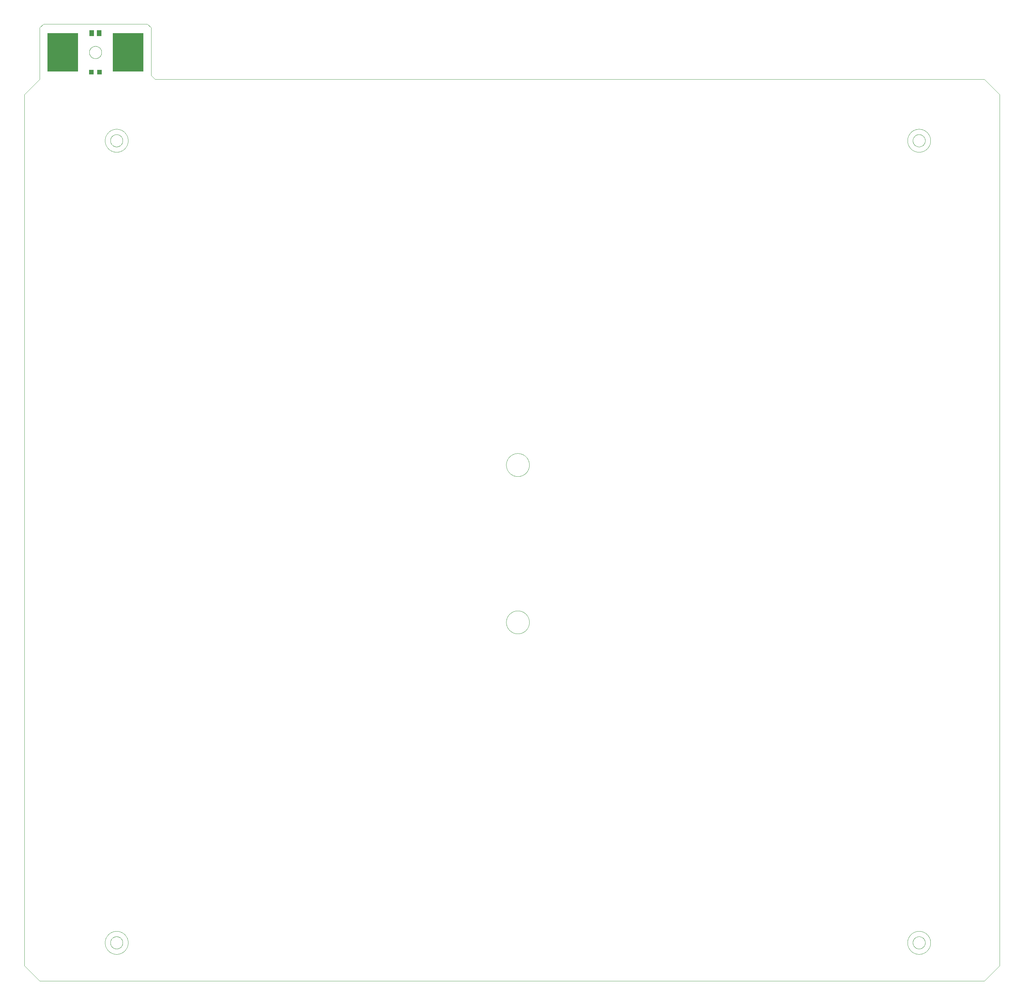
<source format=gtp>
G75*
%MOIN*%
%OFA0B0*%
%FSLAX25Y25*%
%IPPOS*%
%LPD*%
%AMOC8*
5,1,8,0,0,1.08239X$1,22.5*
%
%ADD10C,0.00000*%
%ADD11R,0.04724X0.04724*%
%ADD12R,0.31496X0.39370*%
%ADD13R,0.05118X0.06299*%
D10*
X0003934Y0014445D02*
X0019682Y-0001303D01*
X0988186Y-0001303D01*
X1003934Y0014445D01*
X1003934Y0908146D01*
X0988186Y0923894D01*
X0137792Y0923894D01*
X0133855Y0927831D01*
X0133855Y0976650D01*
X0129918Y0980587D01*
X0023619Y0980587D01*
X0019682Y0976650D01*
X0019682Y0923894D01*
X0003934Y0908146D01*
X0003934Y0014445D01*
X0086611Y0038067D02*
X0086615Y0038357D01*
X0086625Y0038647D01*
X0086643Y0038936D01*
X0086668Y0039225D01*
X0086700Y0039513D01*
X0086739Y0039800D01*
X0086785Y0040086D01*
X0086838Y0040371D01*
X0086898Y0040655D01*
X0086965Y0040937D01*
X0087039Y0041217D01*
X0087120Y0041496D01*
X0087207Y0041772D01*
X0087301Y0042046D01*
X0087402Y0042318D01*
X0087510Y0042587D01*
X0087624Y0042853D01*
X0087745Y0043117D01*
X0087872Y0043377D01*
X0088006Y0043635D01*
X0088145Y0043889D01*
X0088291Y0044139D01*
X0088443Y0044386D01*
X0088602Y0044629D01*
X0088766Y0044868D01*
X0088935Y0045103D01*
X0089111Y0045334D01*
X0089292Y0045560D01*
X0089479Y0045782D01*
X0089671Y0045999D01*
X0089868Y0046211D01*
X0090070Y0046419D01*
X0090278Y0046621D01*
X0090490Y0046818D01*
X0090707Y0047010D01*
X0090929Y0047197D01*
X0091155Y0047378D01*
X0091386Y0047554D01*
X0091621Y0047723D01*
X0091860Y0047887D01*
X0092103Y0048046D01*
X0092350Y0048198D01*
X0092600Y0048344D01*
X0092854Y0048483D01*
X0093112Y0048617D01*
X0093372Y0048744D01*
X0093636Y0048865D01*
X0093902Y0048979D01*
X0094171Y0049087D01*
X0094443Y0049188D01*
X0094717Y0049282D01*
X0094993Y0049369D01*
X0095272Y0049450D01*
X0095552Y0049524D01*
X0095834Y0049591D01*
X0096118Y0049651D01*
X0096403Y0049704D01*
X0096689Y0049750D01*
X0096976Y0049789D01*
X0097264Y0049821D01*
X0097553Y0049846D01*
X0097842Y0049864D01*
X0098132Y0049874D01*
X0098422Y0049878D01*
X0098712Y0049874D01*
X0099002Y0049864D01*
X0099291Y0049846D01*
X0099580Y0049821D01*
X0099868Y0049789D01*
X0100155Y0049750D01*
X0100441Y0049704D01*
X0100726Y0049651D01*
X0101010Y0049591D01*
X0101292Y0049524D01*
X0101572Y0049450D01*
X0101851Y0049369D01*
X0102127Y0049282D01*
X0102401Y0049188D01*
X0102673Y0049087D01*
X0102942Y0048979D01*
X0103208Y0048865D01*
X0103472Y0048744D01*
X0103732Y0048617D01*
X0103990Y0048483D01*
X0104244Y0048344D01*
X0104494Y0048198D01*
X0104741Y0048046D01*
X0104984Y0047887D01*
X0105223Y0047723D01*
X0105458Y0047554D01*
X0105689Y0047378D01*
X0105915Y0047197D01*
X0106137Y0047010D01*
X0106354Y0046818D01*
X0106566Y0046621D01*
X0106774Y0046419D01*
X0106976Y0046211D01*
X0107173Y0045999D01*
X0107365Y0045782D01*
X0107552Y0045560D01*
X0107733Y0045334D01*
X0107909Y0045103D01*
X0108078Y0044868D01*
X0108242Y0044629D01*
X0108401Y0044386D01*
X0108553Y0044139D01*
X0108699Y0043889D01*
X0108838Y0043635D01*
X0108972Y0043377D01*
X0109099Y0043117D01*
X0109220Y0042853D01*
X0109334Y0042587D01*
X0109442Y0042318D01*
X0109543Y0042046D01*
X0109637Y0041772D01*
X0109724Y0041496D01*
X0109805Y0041217D01*
X0109879Y0040937D01*
X0109946Y0040655D01*
X0110006Y0040371D01*
X0110059Y0040086D01*
X0110105Y0039800D01*
X0110144Y0039513D01*
X0110176Y0039225D01*
X0110201Y0038936D01*
X0110219Y0038647D01*
X0110229Y0038357D01*
X0110233Y0038067D01*
X0110229Y0037777D01*
X0110219Y0037487D01*
X0110201Y0037198D01*
X0110176Y0036909D01*
X0110144Y0036621D01*
X0110105Y0036334D01*
X0110059Y0036048D01*
X0110006Y0035763D01*
X0109946Y0035479D01*
X0109879Y0035197D01*
X0109805Y0034917D01*
X0109724Y0034638D01*
X0109637Y0034362D01*
X0109543Y0034088D01*
X0109442Y0033816D01*
X0109334Y0033547D01*
X0109220Y0033281D01*
X0109099Y0033017D01*
X0108972Y0032757D01*
X0108838Y0032499D01*
X0108699Y0032245D01*
X0108553Y0031995D01*
X0108401Y0031748D01*
X0108242Y0031505D01*
X0108078Y0031266D01*
X0107909Y0031031D01*
X0107733Y0030800D01*
X0107552Y0030574D01*
X0107365Y0030352D01*
X0107173Y0030135D01*
X0106976Y0029923D01*
X0106774Y0029715D01*
X0106566Y0029513D01*
X0106354Y0029316D01*
X0106137Y0029124D01*
X0105915Y0028937D01*
X0105689Y0028756D01*
X0105458Y0028580D01*
X0105223Y0028411D01*
X0104984Y0028247D01*
X0104741Y0028088D01*
X0104494Y0027936D01*
X0104244Y0027790D01*
X0103990Y0027651D01*
X0103732Y0027517D01*
X0103472Y0027390D01*
X0103208Y0027269D01*
X0102942Y0027155D01*
X0102673Y0027047D01*
X0102401Y0026946D01*
X0102127Y0026852D01*
X0101851Y0026765D01*
X0101572Y0026684D01*
X0101292Y0026610D01*
X0101010Y0026543D01*
X0100726Y0026483D01*
X0100441Y0026430D01*
X0100155Y0026384D01*
X0099868Y0026345D01*
X0099580Y0026313D01*
X0099291Y0026288D01*
X0099002Y0026270D01*
X0098712Y0026260D01*
X0098422Y0026256D01*
X0098132Y0026260D01*
X0097842Y0026270D01*
X0097553Y0026288D01*
X0097264Y0026313D01*
X0096976Y0026345D01*
X0096689Y0026384D01*
X0096403Y0026430D01*
X0096118Y0026483D01*
X0095834Y0026543D01*
X0095552Y0026610D01*
X0095272Y0026684D01*
X0094993Y0026765D01*
X0094717Y0026852D01*
X0094443Y0026946D01*
X0094171Y0027047D01*
X0093902Y0027155D01*
X0093636Y0027269D01*
X0093372Y0027390D01*
X0093112Y0027517D01*
X0092854Y0027651D01*
X0092600Y0027790D01*
X0092350Y0027936D01*
X0092103Y0028088D01*
X0091860Y0028247D01*
X0091621Y0028411D01*
X0091386Y0028580D01*
X0091155Y0028756D01*
X0090929Y0028937D01*
X0090707Y0029124D01*
X0090490Y0029316D01*
X0090278Y0029513D01*
X0090070Y0029715D01*
X0089868Y0029923D01*
X0089671Y0030135D01*
X0089479Y0030352D01*
X0089292Y0030574D01*
X0089111Y0030800D01*
X0088935Y0031031D01*
X0088766Y0031266D01*
X0088602Y0031505D01*
X0088443Y0031748D01*
X0088291Y0031995D01*
X0088145Y0032245D01*
X0088006Y0032499D01*
X0087872Y0032757D01*
X0087745Y0033017D01*
X0087624Y0033281D01*
X0087510Y0033547D01*
X0087402Y0033816D01*
X0087301Y0034088D01*
X0087207Y0034362D01*
X0087120Y0034638D01*
X0087039Y0034917D01*
X0086965Y0035197D01*
X0086898Y0035479D01*
X0086838Y0035763D01*
X0086785Y0036048D01*
X0086739Y0036334D01*
X0086700Y0036621D01*
X0086668Y0036909D01*
X0086643Y0037198D01*
X0086625Y0037487D01*
X0086615Y0037777D01*
X0086611Y0038067D01*
X0092123Y0038067D02*
X0092125Y0038225D01*
X0092131Y0038383D01*
X0092141Y0038541D01*
X0092155Y0038699D01*
X0092173Y0038856D01*
X0092194Y0039013D01*
X0092220Y0039169D01*
X0092250Y0039325D01*
X0092283Y0039480D01*
X0092321Y0039633D01*
X0092362Y0039786D01*
X0092407Y0039938D01*
X0092456Y0040089D01*
X0092509Y0040238D01*
X0092565Y0040386D01*
X0092625Y0040532D01*
X0092689Y0040677D01*
X0092757Y0040820D01*
X0092828Y0040962D01*
X0092902Y0041102D01*
X0092980Y0041239D01*
X0093062Y0041375D01*
X0093146Y0041509D01*
X0093235Y0041640D01*
X0093326Y0041769D01*
X0093421Y0041896D01*
X0093518Y0042021D01*
X0093619Y0042143D01*
X0093723Y0042262D01*
X0093830Y0042379D01*
X0093940Y0042493D01*
X0094053Y0042604D01*
X0094168Y0042713D01*
X0094286Y0042818D01*
X0094407Y0042920D01*
X0094530Y0043020D01*
X0094656Y0043116D01*
X0094784Y0043209D01*
X0094914Y0043299D01*
X0095047Y0043385D01*
X0095182Y0043469D01*
X0095318Y0043548D01*
X0095457Y0043625D01*
X0095598Y0043697D01*
X0095740Y0043767D01*
X0095884Y0043832D01*
X0096030Y0043894D01*
X0096177Y0043952D01*
X0096326Y0044007D01*
X0096476Y0044058D01*
X0096627Y0044105D01*
X0096779Y0044148D01*
X0096932Y0044187D01*
X0097087Y0044223D01*
X0097242Y0044254D01*
X0097398Y0044282D01*
X0097554Y0044306D01*
X0097711Y0044326D01*
X0097869Y0044342D01*
X0098026Y0044354D01*
X0098185Y0044362D01*
X0098343Y0044366D01*
X0098501Y0044366D01*
X0098659Y0044362D01*
X0098818Y0044354D01*
X0098975Y0044342D01*
X0099133Y0044326D01*
X0099290Y0044306D01*
X0099446Y0044282D01*
X0099602Y0044254D01*
X0099757Y0044223D01*
X0099912Y0044187D01*
X0100065Y0044148D01*
X0100217Y0044105D01*
X0100368Y0044058D01*
X0100518Y0044007D01*
X0100667Y0043952D01*
X0100814Y0043894D01*
X0100960Y0043832D01*
X0101104Y0043767D01*
X0101246Y0043697D01*
X0101387Y0043625D01*
X0101526Y0043548D01*
X0101662Y0043469D01*
X0101797Y0043385D01*
X0101930Y0043299D01*
X0102060Y0043209D01*
X0102188Y0043116D01*
X0102314Y0043020D01*
X0102437Y0042920D01*
X0102558Y0042818D01*
X0102676Y0042713D01*
X0102791Y0042604D01*
X0102904Y0042493D01*
X0103014Y0042379D01*
X0103121Y0042262D01*
X0103225Y0042143D01*
X0103326Y0042021D01*
X0103423Y0041896D01*
X0103518Y0041769D01*
X0103609Y0041640D01*
X0103698Y0041509D01*
X0103782Y0041375D01*
X0103864Y0041239D01*
X0103942Y0041102D01*
X0104016Y0040962D01*
X0104087Y0040820D01*
X0104155Y0040677D01*
X0104219Y0040532D01*
X0104279Y0040386D01*
X0104335Y0040238D01*
X0104388Y0040089D01*
X0104437Y0039938D01*
X0104482Y0039786D01*
X0104523Y0039633D01*
X0104561Y0039480D01*
X0104594Y0039325D01*
X0104624Y0039169D01*
X0104650Y0039013D01*
X0104671Y0038856D01*
X0104689Y0038699D01*
X0104703Y0038541D01*
X0104713Y0038383D01*
X0104719Y0038225D01*
X0104721Y0038067D01*
X0104719Y0037909D01*
X0104713Y0037751D01*
X0104703Y0037593D01*
X0104689Y0037435D01*
X0104671Y0037278D01*
X0104650Y0037121D01*
X0104624Y0036965D01*
X0104594Y0036809D01*
X0104561Y0036654D01*
X0104523Y0036501D01*
X0104482Y0036348D01*
X0104437Y0036196D01*
X0104388Y0036045D01*
X0104335Y0035896D01*
X0104279Y0035748D01*
X0104219Y0035602D01*
X0104155Y0035457D01*
X0104087Y0035314D01*
X0104016Y0035172D01*
X0103942Y0035032D01*
X0103864Y0034895D01*
X0103782Y0034759D01*
X0103698Y0034625D01*
X0103609Y0034494D01*
X0103518Y0034365D01*
X0103423Y0034238D01*
X0103326Y0034113D01*
X0103225Y0033991D01*
X0103121Y0033872D01*
X0103014Y0033755D01*
X0102904Y0033641D01*
X0102791Y0033530D01*
X0102676Y0033421D01*
X0102558Y0033316D01*
X0102437Y0033214D01*
X0102314Y0033114D01*
X0102188Y0033018D01*
X0102060Y0032925D01*
X0101930Y0032835D01*
X0101797Y0032749D01*
X0101662Y0032665D01*
X0101526Y0032586D01*
X0101387Y0032509D01*
X0101246Y0032437D01*
X0101104Y0032367D01*
X0100960Y0032302D01*
X0100814Y0032240D01*
X0100667Y0032182D01*
X0100518Y0032127D01*
X0100368Y0032076D01*
X0100217Y0032029D01*
X0100065Y0031986D01*
X0099912Y0031947D01*
X0099757Y0031911D01*
X0099602Y0031880D01*
X0099446Y0031852D01*
X0099290Y0031828D01*
X0099133Y0031808D01*
X0098975Y0031792D01*
X0098818Y0031780D01*
X0098659Y0031772D01*
X0098501Y0031768D01*
X0098343Y0031768D01*
X0098185Y0031772D01*
X0098026Y0031780D01*
X0097869Y0031792D01*
X0097711Y0031808D01*
X0097554Y0031828D01*
X0097398Y0031852D01*
X0097242Y0031880D01*
X0097087Y0031911D01*
X0096932Y0031947D01*
X0096779Y0031986D01*
X0096627Y0032029D01*
X0096476Y0032076D01*
X0096326Y0032127D01*
X0096177Y0032182D01*
X0096030Y0032240D01*
X0095884Y0032302D01*
X0095740Y0032367D01*
X0095598Y0032437D01*
X0095457Y0032509D01*
X0095318Y0032586D01*
X0095182Y0032665D01*
X0095047Y0032749D01*
X0094914Y0032835D01*
X0094784Y0032925D01*
X0094656Y0033018D01*
X0094530Y0033114D01*
X0094407Y0033214D01*
X0094286Y0033316D01*
X0094168Y0033421D01*
X0094053Y0033530D01*
X0093940Y0033641D01*
X0093830Y0033755D01*
X0093723Y0033872D01*
X0093619Y0033991D01*
X0093518Y0034113D01*
X0093421Y0034238D01*
X0093326Y0034365D01*
X0093235Y0034494D01*
X0093146Y0034625D01*
X0093062Y0034759D01*
X0092980Y0034895D01*
X0092902Y0035032D01*
X0092828Y0035172D01*
X0092757Y0035314D01*
X0092689Y0035457D01*
X0092625Y0035602D01*
X0092565Y0035748D01*
X0092509Y0035896D01*
X0092456Y0036045D01*
X0092407Y0036196D01*
X0092362Y0036348D01*
X0092321Y0036501D01*
X0092283Y0036654D01*
X0092250Y0036809D01*
X0092220Y0036965D01*
X0092194Y0037121D01*
X0092173Y0037278D01*
X0092155Y0037435D01*
X0092141Y0037593D01*
X0092131Y0037751D01*
X0092125Y0037909D01*
X0092123Y0038067D01*
X0498028Y0366807D02*
X0498032Y0367097D01*
X0498042Y0367387D01*
X0498060Y0367676D01*
X0498085Y0367965D01*
X0498117Y0368253D01*
X0498156Y0368540D01*
X0498202Y0368826D01*
X0498255Y0369111D01*
X0498315Y0369395D01*
X0498382Y0369677D01*
X0498456Y0369957D01*
X0498537Y0370236D01*
X0498624Y0370512D01*
X0498718Y0370786D01*
X0498819Y0371058D01*
X0498927Y0371327D01*
X0499041Y0371593D01*
X0499162Y0371857D01*
X0499289Y0372117D01*
X0499423Y0372375D01*
X0499562Y0372629D01*
X0499708Y0372879D01*
X0499860Y0373126D01*
X0500019Y0373369D01*
X0500183Y0373608D01*
X0500352Y0373843D01*
X0500528Y0374074D01*
X0500709Y0374300D01*
X0500896Y0374522D01*
X0501088Y0374739D01*
X0501285Y0374951D01*
X0501487Y0375159D01*
X0501695Y0375361D01*
X0501907Y0375558D01*
X0502124Y0375750D01*
X0502346Y0375937D01*
X0502572Y0376118D01*
X0502803Y0376294D01*
X0503038Y0376463D01*
X0503277Y0376627D01*
X0503520Y0376786D01*
X0503767Y0376938D01*
X0504017Y0377084D01*
X0504271Y0377223D01*
X0504529Y0377357D01*
X0504789Y0377484D01*
X0505053Y0377605D01*
X0505319Y0377719D01*
X0505588Y0377827D01*
X0505860Y0377928D01*
X0506134Y0378022D01*
X0506410Y0378109D01*
X0506689Y0378190D01*
X0506969Y0378264D01*
X0507251Y0378331D01*
X0507535Y0378391D01*
X0507820Y0378444D01*
X0508106Y0378490D01*
X0508393Y0378529D01*
X0508681Y0378561D01*
X0508970Y0378586D01*
X0509259Y0378604D01*
X0509549Y0378614D01*
X0509839Y0378618D01*
X0510129Y0378614D01*
X0510419Y0378604D01*
X0510708Y0378586D01*
X0510997Y0378561D01*
X0511285Y0378529D01*
X0511572Y0378490D01*
X0511858Y0378444D01*
X0512143Y0378391D01*
X0512427Y0378331D01*
X0512709Y0378264D01*
X0512989Y0378190D01*
X0513268Y0378109D01*
X0513544Y0378022D01*
X0513818Y0377928D01*
X0514090Y0377827D01*
X0514359Y0377719D01*
X0514625Y0377605D01*
X0514889Y0377484D01*
X0515149Y0377357D01*
X0515407Y0377223D01*
X0515661Y0377084D01*
X0515911Y0376938D01*
X0516158Y0376786D01*
X0516401Y0376627D01*
X0516640Y0376463D01*
X0516875Y0376294D01*
X0517106Y0376118D01*
X0517332Y0375937D01*
X0517554Y0375750D01*
X0517771Y0375558D01*
X0517983Y0375361D01*
X0518191Y0375159D01*
X0518393Y0374951D01*
X0518590Y0374739D01*
X0518782Y0374522D01*
X0518969Y0374300D01*
X0519150Y0374074D01*
X0519326Y0373843D01*
X0519495Y0373608D01*
X0519659Y0373369D01*
X0519818Y0373126D01*
X0519970Y0372879D01*
X0520116Y0372629D01*
X0520255Y0372375D01*
X0520389Y0372117D01*
X0520516Y0371857D01*
X0520637Y0371593D01*
X0520751Y0371327D01*
X0520859Y0371058D01*
X0520960Y0370786D01*
X0521054Y0370512D01*
X0521141Y0370236D01*
X0521222Y0369957D01*
X0521296Y0369677D01*
X0521363Y0369395D01*
X0521423Y0369111D01*
X0521476Y0368826D01*
X0521522Y0368540D01*
X0521561Y0368253D01*
X0521593Y0367965D01*
X0521618Y0367676D01*
X0521636Y0367387D01*
X0521646Y0367097D01*
X0521650Y0366807D01*
X0521646Y0366517D01*
X0521636Y0366227D01*
X0521618Y0365938D01*
X0521593Y0365649D01*
X0521561Y0365361D01*
X0521522Y0365074D01*
X0521476Y0364788D01*
X0521423Y0364503D01*
X0521363Y0364219D01*
X0521296Y0363937D01*
X0521222Y0363657D01*
X0521141Y0363378D01*
X0521054Y0363102D01*
X0520960Y0362828D01*
X0520859Y0362556D01*
X0520751Y0362287D01*
X0520637Y0362021D01*
X0520516Y0361757D01*
X0520389Y0361497D01*
X0520255Y0361239D01*
X0520116Y0360985D01*
X0519970Y0360735D01*
X0519818Y0360488D01*
X0519659Y0360245D01*
X0519495Y0360006D01*
X0519326Y0359771D01*
X0519150Y0359540D01*
X0518969Y0359314D01*
X0518782Y0359092D01*
X0518590Y0358875D01*
X0518393Y0358663D01*
X0518191Y0358455D01*
X0517983Y0358253D01*
X0517771Y0358056D01*
X0517554Y0357864D01*
X0517332Y0357677D01*
X0517106Y0357496D01*
X0516875Y0357320D01*
X0516640Y0357151D01*
X0516401Y0356987D01*
X0516158Y0356828D01*
X0515911Y0356676D01*
X0515661Y0356530D01*
X0515407Y0356391D01*
X0515149Y0356257D01*
X0514889Y0356130D01*
X0514625Y0356009D01*
X0514359Y0355895D01*
X0514090Y0355787D01*
X0513818Y0355686D01*
X0513544Y0355592D01*
X0513268Y0355505D01*
X0512989Y0355424D01*
X0512709Y0355350D01*
X0512427Y0355283D01*
X0512143Y0355223D01*
X0511858Y0355170D01*
X0511572Y0355124D01*
X0511285Y0355085D01*
X0510997Y0355053D01*
X0510708Y0355028D01*
X0510419Y0355010D01*
X0510129Y0355000D01*
X0509839Y0354996D01*
X0509549Y0355000D01*
X0509259Y0355010D01*
X0508970Y0355028D01*
X0508681Y0355053D01*
X0508393Y0355085D01*
X0508106Y0355124D01*
X0507820Y0355170D01*
X0507535Y0355223D01*
X0507251Y0355283D01*
X0506969Y0355350D01*
X0506689Y0355424D01*
X0506410Y0355505D01*
X0506134Y0355592D01*
X0505860Y0355686D01*
X0505588Y0355787D01*
X0505319Y0355895D01*
X0505053Y0356009D01*
X0504789Y0356130D01*
X0504529Y0356257D01*
X0504271Y0356391D01*
X0504017Y0356530D01*
X0503767Y0356676D01*
X0503520Y0356828D01*
X0503277Y0356987D01*
X0503038Y0357151D01*
X0502803Y0357320D01*
X0502572Y0357496D01*
X0502346Y0357677D01*
X0502124Y0357864D01*
X0501907Y0358056D01*
X0501695Y0358253D01*
X0501487Y0358455D01*
X0501285Y0358663D01*
X0501088Y0358875D01*
X0500896Y0359092D01*
X0500709Y0359314D01*
X0500528Y0359540D01*
X0500352Y0359771D01*
X0500183Y0360006D01*
X0500019Y0360245D01*
X0499860Y0360488D01*
X0499708Y0360735D01*
X0499562Y0360985D01*
X0499423Y0361239D01*
X0499289Y0361497D01*
X0499162Y0361757D01*
X0499041Y0362021D01*
X0498927Y0362287D01*
X0498819Y0362556D01*
X0498718Y0362828D01*
X0498624Y0363102D01*
X0498537Y0363378D01*
X0498456Y0363657D01*
X0498382Y0363937D01*
X0498315Y0364219D01*
X0498255Y0364503D01*
X0498202Y0364788D01*
X0498156Y0365074D01*
X0498117Y0365361D01*
X0498085Y0365649D01*
X0498060Y0365938D01*
X0498042Y0366227D01*
X0498032Y0366517D01*
X0498028Y0366807D01*
X0498028Y0528224D02*
X0498032Y0528514D01*
X0498042Y0528804D01*
X0498060Y0529093D01*
X0498085Y0529382D01*
X0498117Y0529670D01*
X0498156Y0529957D01*
X0498202Y0530243D01*
X0498255Y0530528D01*
X0498315Y0530812D01*
X0498382Y0531094D01*
X0498456Y0531374D01*
X0498537Y0531653D01*
X0498624Y0531929D01*
X0498718Y0532203D01*
X0498819Y0532475D01*
X0498927Y0532744D01*
X0499041Y0533010D01*
X0499162Y0533274D01*
X0499289Y0533534D01*
X0499423Y0533792D01*
X0499562Y0534046D01*
X0499708Y0534296D01*
X0499860Y0534543D01*
X0500019Y0534786D01*
X0500183Y0535025D01*
X0500352Y0535260D01*
X0500528Y0535491D01*
X0500709Y0535717D01*
X0500896Y0535939D01*
X0501088Y0536156D01*
X0501285Y0536368D01*
X0501487Y0536576D01*
X0501695Y0536778D01*
X0501907Y0536975D01*
X0502124Y0537167D01*
X0502346Y0537354D01*
X0502572Y0537535D01*
X0502803Y0537711D01*
X0503038Y0537880D01*
X0503277Y0538044D01*
X0503520Y0538203D01*
X0503767Y0538355D01*
X0504017Y0538501D01*
X0504271Y0538640D01*
X0504529Y0538774D01*
X0504789Y0538901D01*
X0505053Y0539022D01*
X0505319Y0539136D01*
X0505588Y0539244D01*
X0505860Y0539345D01*
X0506134Y0539439D01*
X0506410Y0539526D01*
X0506689Y0539607D01*
X0506969Y0539681D01*
X0507251Y0539748D01*
X0507535Y0539808D01*
X0507820Y0539861D01*
X0508106Y0539907D01*
X0508393Y0539946D01*
X0508681Y0539978D01*
X0508970Y0540003D01*
X0509259Y0540021D01*
X0509549Y0540031D01*
X0509839Y0540035D01*
X0510129Y0540031D01*
X0510419Y0540021D01*
X0510708Y0540003D01*
X0510997Y0539978D01*
X0511285Y0539946D01*
X0511572Y0539907D01*
X0511858Y0539861D01*
X0512143Y0539808D01*
X0512427Y0539748D01*
X0512709Y0539681D01*
X0512989Y0539607D01*
X0513268Y0539526D01*
X0513544Y0539439D01*
X0513818Y0539345D01*
X0514090Y0539244D01*
X0514359Y0539136D01*
X0514625Y0539022D01*
X0514889Y0538901D01*
X0515149Y0538774D01*
X0515407Y0538640D01*
X0515661Y0538501D01*
X0515911Y0538355D01*
X0516158Y0538203D01*
X0516401Y0538044D01*
X0516640Y0537880D01*
X0516875Y0537711D01*
X0517106Y0537535D01*
X0517332Y0537354D01*
X0517554Y0537167D01*
X0517771Y0536975D01*
X0517983Y0536778D01*
X0518191Y0536576D01*
X0518393Y0536368D01*
X0518590Y0536156D01*
X0518782Y0535939D01*
X0518969Y0535717D01*
X0519150Y0535491D01*
X0519326Y0535260D01*
X0519495Y0535025D01*
X0519659Y0534786D01*
X0519818Y0534543D01*
X0519970Y0534296D01*
X0520116Y0534046D01*
X0520255Y0533792D01*
X0520389Y0533534D01*
X0520516Y0533274D01*
X0520637Y0533010D01*
X0520751Y0532744D01*
X0520859Y0532475D01*
X0520960Y0532203D01*
X0521054Y0531929D01*
X0521141Y0531653D01*
X0521222Y0531374D01*
X0521296Y0531094D01*
X0521363Y0530812D01*
X0521423Y0530528D01*
X0521476Y0530243D01*
X0521522Y0529957D01*
X0521561Y0529670D01*
X0521593Y0529382D01*
X0521618Y0529093D01*
X0521636Y0528804D01*
X0521646Y0528514D01*
X0521650Y0528224D01*
X0521646Y0527934D01*
X0521636Y0527644D01*
X0521618Y0527355D01*
X0521593Y0527066D01*
X0521561Y0526778D01*
X0521522Y0526491D01*
X0521476Y0526205D01*
X0521423Y0525920D01*
X0521363Y0525636D01*
X0521296Y0525354D01*
X0521222Y0525074D01*
X0521141Y0524795D01*
X0521054Y0524519D01*
X0520960Y0524245D01*
X0520859Y0523973D01*
X0520751Y0523704D01*
X0520637Y0523438D01*
X0520516Y0523174D01*
X0520389Y0522914D01*
X0520255Y0522656D01*
X0520116Y0522402D01*
X0519970Y0522152D01*
X0519818Y0521905D01*
X0519659Y0521662D01*
X0519495Y0521423D01*
X0519326Y0521188D01*
X0519150Y0520957D01*
X0518969Y0520731D01*
X0518782Y0520509D01*
X0518590Y0520292D01*
X0518393Y0520080D01*
X0518191Y0519872D01*
X0517983Y0519670D01*
X0517771Y0519473D01*
X0517554Y0519281D01*
X0517332Y0519094D01*
X0517106Y0518913D01*
X0516875Y0518737D01*
X0516640Y0518568D01*
X0516401Y0518404D01*
X0516158Y0518245D01*
X0515911Y0518093D01*
X0515661Y0517947D01*
X0515407Y0517808D01*
X0515149Y0517674D01*
X0514889Y0517547D01*
X0514625Y0517426D01*
X0514359Y0517312D01*
X0514090Y0517204D01*
X0513818Y0517103D01*
X0513544Y0517009D01*
X0513268Y0516922D01*
X0512989Y0516841D01*
X0512709Y0516767D01*
X0512427Y0516700D01*
X0512143Y0516640D01*
X0511858Y0516587D01*
X0511572Y0516541D01*
X0511285Y0516502D01*
X0510997Y0516470D01*
X0510708Y0516445D01*
X0510419Y0516427D01*
X0510129Y0516417D01*
X0509839Y0516413D01*
X0509549Y0516417D01*
X0509259Y0516427D01*
X0508970Y0516445D01*
X0508681Y0516470D01*
X0508393Y0516502D01*
X0508106Y0516541D01*
X0507820Y0516587D01*
X0507535Y0516640D01*
X0507251Y0516700D01*
X0506969Y0516767D01*
X0506689Y0516841D01*
X0506410Y0516922D01*
X0506134Y0517009D01*
X0505860Y0517103D01*
X0505588Y0517204D01*
X0505319Y0517312D01*
X0505053Y0517426D01*
X0504789Y0517547D01*
X0504529Y0517674D01*
X0504271Y0517808D01*
X0504017Y0517947D01*
X0503767Y0518093D01*
X0503520Y0518245D01*
X0503277Y0518404D01*
X0503038Y0518568D01*
X0502803Y0518737D01*
X0502572Y0518913D01*
X0502346Y0519094D01*
X0502124Y0519281D01*
X0501907Y0519473D01*
X0501695Y0519670D01*
X0501487Y0519872D01*
X0501285Y0520080D01*
X0501088Y0520292D01*
X0500896Y0520509D01*
X0500709Y0520731D01*
X0500528Y0520957D01*
X0500352Y0521188D01*
X0500183Y0521423D01*
X0500019Y0521662D01*
X0499860Y0521905D01*
X0499708Y0522152D01*
X0499562Y0522402D01*
X0499423Y0522656D01*
X0499289Y0522914D01*
X0499162Y0523174D01*
X0499041Y0523438D01*
X0498927Y0523704D01*
X0498819Y0523973D01*
X0498718Y0524245D01*
X0498624Y0524519D01*
X0498537Y0524795D01*
X0498456Y0525074D01*
X0498382Y0525354D01*
X0498315Y0525636D01*
X0498255Y0525920D01*
X0498202Y0526205D01*
X0498156Y0526491D01*
X0498117Y0526778D01*
X0498085Y0527066D01*
X0498060Y0527355D01*
X0498042Y0527644D01*
X0498032Y0527934D01*
X0498028Y0528224D01*
X0086611Y0860902D02*
X0086615Y0861192D01*
X0086625Y0861482D01*
X0086643Y0861771D01*
X0086668Y0862060D01*
X0086700Y0862348D01*
X0086739Y0862635D01*
X0086785Y0862921D01*
X0086838Y0863206D01*
X0086898Y0863490D01*
X0086965Y0863772D01*
X0087039Y0864052D01*
X0087120Y0864331D01*
X0087207Y0864607D01*
X0087301Y0864881D01*
X0087402Y0865153D01*
X0087510Y0865422D01*
X0087624Y0865688D01*
X0087745Y0865952D01*
X0087872Y0866212D01*
X0088006Y0866470D01*
X0088145Y0866724D01*
X0088291Y0866974D01*
X0088443Y0867221D01*
X0088602Y0867464D01*
X0088766Y0867703D01*
X0088935Y0867938D01*
X0089111Y0868169D01*
X0089292Y0868395D01*
X0089479Y0868617D01*
X0089671Y0868834D01*
X0089868Y0869046D01*
X0090070Y0869254D01*
X0090278Y0869456D01*
X0090490Y0869653D01*
X0090707Y0869845D01*
X0090929Y0870032D01*
X0091155Y0870213D01*
X0091386Y0870389D01*
X0091621Y0870558D01*
X0091860Y0870722D01*
X0092103Y0870881D01*
X0092350Y0871033D01*
X0092600Y0871179D01*
X0092854Y0871318D01*
X0093112Y0871452D01*
X0093372Y0871579D01*
X0093636Y0871700D01*
X0093902Y0871814D01*
X0094171Y0871922D01*
X0094443Y0872023D01*
X0094717Y0872117D01*
X0094993Y0872204D01*
X0095272Y0872285D01*
X0095552Y0872359D01*
X0095834Y0872426D01*
X0096118Y0872486D01*
X0096403Y0872539D01*
X0096689Y0872585D01*
X0096976Y0872624D01*
X0097264Y0872656D01*
X0097553Y0872681D01*
X0097842Y0872699D01*
X0098132Y0872709D01*
X0098422Y0872713D01*
X0098712Y0872709D01*
X0099002Y0872699D01*
X0099291Y0872681D01*
X0099580Y0872656D01*
X0099868Y0872624D01*
X0100155Y0872585D01*
X0100441Y0872539D01*
X0100726Y0872486D01*
X0101010Y0872426D01*
X0101292Y0872359D01*
X0101572Y0872285D01*
X0101851Y0872204D01*
X0102127Y0872117D01*
X0102401Y0872023D01*
X0102673Y0871922D01*
X0102942Y0871814D01*
X0103208Y0871700D01*
X0103472Y0871579D01*
X0103732Y0871452D01*
X0103990Y0871318D01*
X0104244Y0871179D01*
X0104494Y0871033D01*
X0104741Y0870881D01*
X0104984Y0870722D01*
X0105223Y0870558D01*
X0105458Y0870389D01*
X0105689Y0870213D01*
X0105915Y0870032D01*
X0106137Y0869845D01*
X0106354Y0869653D01*
X0106566Y0869456D01*
X0106774Y0869254D01*
X0106976Y0869046D01*
X0107173Y0868834D01*
X0107365Y0868617D01*
X0107552Y0868395D01*
X0107733Y0868169D01*
X0107909Y0867938D01*
X0108078Y0867703D01*
X0108242Y0867464D01*
X0108401Y0867221D01*
X0108553Y0866974D01*
X0108699Y0866724D01*
X0108838Y0866470D01*
X0108972Y0866212D01*
X0109099Y0865952D01*
X0109220Y0865688D01*
X0109334Y0865422D01*
X0109442Y0865153D01*
X0109543Y0864881D01*
X0109637Y0864607D01*
X0109724Y0864331D01*
X0109805Y0864052D01*
X0109879Y0863772D01*
X0109946Y0863490D01*
X0110006Y0863206D01*
X0110059Y0862921D01*
X0110105Y0862635D01*
X0110144Y0862348D01*
X0110176Y0862060D01*
X0110201Y0861771D01*
X0110219Y0861482D01*
X0110229Y0861192D01*
X0110233Y0860902D01*
X0110229Y0860612D01*
X0110219Y0860322D01*
X0110201Y0860033D01*
X0110176Y0859744D01*
X0110144Y0859456D01*
X0110105Y0859169D01*
X0110059Y0858883D01*
X0110006Y0858598D01*
X0109946Y0858314D01*
X0109879Y0858032D01*
X0109805Y0857752D01*
X0109724Y0857473D01*
X0109637Y0857197D01*
X0109543Y0856923D01*
X0109442Y0856651D01*
X0109334Y0856382D01*
X0109220Y0856116D01*
X0109099Y0855852D01*
X0108972Y0855592D01*
X0108838Y0855334D01*
X0108699Y0855080D01*
X0108553Y0854830D01*
X0108401Y0854583D01*
X0108242Y0854340D01*
X0108078Y0854101D01*
X0107909Y0853866D01*
X0107733Y0853635D01*
X0107552Y0853409D01*
X0107365Y0853187D01*
X0107173Y0852970D01*
X0106976Y0852758D01*
X0106774Y0852550D01*
X0106566Y0852348D01*
X0106354Y0852151D01*
X0106137Y0851959D01*
X0105915Y0851772D01*
X0105689Y0851591D01*
X0105458Y0851415D01*
X0105223Y0851246D01*
X0104984Y0851082D01*
X0104741Y0850923D01*
X0104494Y0850771D01*
X0104244Y0850625D01*
X0103990Y0850486D01*
X0103732Y0850352D01*
X0103472Y0850225D01*
X0103208Y0850104D01*
X0102942Y0849990D01*
X0102673Y0849882D01*
X0102401Y0849781D01*
X0102127Y0849687D01*
X0101851Y0849600D01*
X0101572Y0849519D01*
X0101292Y0849445D01*
X0101010Y0849378D01*
X0100726Y0849318D01*
X0100441Y0849265D01*
X0100155Y0849219D01*
X0099868Y0849180D01*
X0099580Y0849148D01*
X0099291Y0849123D01*
X0099002Y0849105D01*
X0098712Y0849095D01*
X0098422Y0849091D01*
X0098132Y0849095D01*
X0097842Y0849105D01*
X0097553Y0849123D01*
X0097264Y0849148D01*
X0096976Y0849180D01*
X0096689Y0849219D01*
X0096403Y0849265D01*
X0096118Y0849318D01*
X0095834Y0849378D01*
X0095552Y0849445D01*
X0095272Y0849519D01*
X0094993Y0849600D01*
X0094717Y0849687D01*
X0094443Y0849781D01*
X0094171Y0849882D01*
X0093902Y0849990D01*
X0093636Y0850104D01*
X0093372Y0850225D01*
X0093112Y0850352D01*
X0092854Y0850486D01*
X0092600Y0850625D01*
X0092350Y0850771D01*
X0092103Y0850923D01*
X0091860Y0851082D01*
X0091621Y0851246D01*
X0091386Y0851415D01*
X0091155Y0851591D01*
X0090929Y0851772D01*
X0090707Y0851959D01*
X0090490Y0852151D01*
X0090278Y0852348D01*
X0090070Y0852550D01*
X0089868Y0852758D01*
X0089671Y0852970D01*
X0089479Y0853187D01*
X0089292Y0853409D01*
X0089111Y0853635D01*
X0088935Y0853866D01*
X0088766Y0854101D01*
X0088602Y0854340D01*
X0088443Y0854583D01*
X0088291Y0854830D01*
X0088145Y0855080D01*
X0088006Y0855334D01*
X0087872Y0855592D01*
X0087745Y0855852D01*
X0087624Y0856116D01*
X0087510Y0856382D01*
X0087402Y0856651D01*
X0087301Y0856923D01*
X0087207Y0857197D01*
X0087120Y0857473D01*
X0087039Y0857752D01*
X0086965Y0858032D01*
X0086898Y0858314D01*
X0086838Y0858598D01*
X0086785Y0858883D01*
X0086739Y0859169D01*
X0086700Y0859456D01*
X0086668Y0859744D01*
X0086643Y0860033D01*
X0086625Y0860322D01*
X0086615Y0860612D01*
X0086611Y0860902D01*
X0092123Y0860902D02*
X0092125Y0861060D01*
X0092131Y0861218D01*
X0092141Y0861376D01*
X0092155Y0861534D01*
X0092173Y0861691D01*
X0092194Y0861848D01*
X0092220Y0862004D01*
X0092250Y0862160D01*
X0092283Y0862315D01*
X0092321Y0862468D01*
X0092362Y0862621D01*
X0092407Y0862773D01*
X0092456Y0862924D01*
X0092509Y0863073D01*
X0092565Y0863221D01*
X0092625Y0863367D01*
X0092689Y0863512D01*
X0092757Y0863655D01*
X0092828Y0863797D01*
X0092902Y0863937D01*
X0092980Y0864074D01*
X0093062Y0864210D01*
X0093146Y0864344D01*
X0093235Y0864475D01*
X0093326Y0864604D01*
X0093421Y0864731D01*
X0093518Y0864856D01*
X0093619Y0864978D01*
X0093723Y0865097D01*
X0093830Y0865214D01*
X0093940Y0865328D01*
X0094053Y0865439D01*
X0094168Y0865548D01*
X0094286Y0865653D01*
X0094407Y0865755D01*
X0094530Y0865855D01*
X0094656Y0865951D01*
X0094784Y0866044D01*
X0094914Y0866134D01*
X0095047Y0866220D01*
X0095182Y0866304D01*
X0095318Y0866383D01*
X0095457Y0866460D01*
X0095598Y0866532D01*
X0095740Y0866602D01*
X0095884Y0866667D01*
X0096030Y0866729D01*
X0096177Y0866787D01*
X0096326Y0866842D01*
X0096476Y0866893D01*
X0096627Y0866940D01*
X0096779Y0866983D01*
X0096932Y0867022D01*
X0097087Y0867058D01*
X0097242Y0867089D01*
X0097398Y0867117D01*
X0097554Y0867141D01*
X0097711Y0867161D01*
X0097869Y0867177D01*
X0098026Y0867189D01*
X0098185Y0867197D01*
X0098343Y0867201D01*
X0098501Y0867201D01*
X0098659Y0867197D01*
X0098818Y0867189D01*
X0098975Y0867177D01*
X0099133Y0867161D01*
X0099290Y0867141D01*
X0099446Y0867117D01*
X0099602Y0867089D01*
X0099757Y0867058D01*
X0099912Y0867022D01*
X0100065Y0866983D01*
X0100217Y0866940D01*
X0100368Y0866893D01*
X0100518Y0866842D01*
X0100667Y0866787D01*
X0100814Y0866729D01*
X0100960Y0866667D01*
X0101104Y0866602D01*
X0101246Y0866532D01*
X0101387Y0866460D01*
X0101526Y0866383D01*
X0101662Y0866304D01*
X0101797Y0866220D01*
X0101930Y0866134D01*
X0102060Y0866044D01*
X0102188Y0865951D01*
X0102314Y0865855D01*
X0102437Y0865755D01*
X0102558Y0865653D01*
X0102676Y0865548D01*
X0102791Y0865439D01*
X0102904Y0865328D01*
X0103014Y0865214D01*
X0103121Y0865097D01*
X0103225Y0864978D01*
X0103326Y0864856D01*
X0103423Y0864731D01*
X0103518Y0864604D01*
X0103609Y0864475D01*
X0103698Y0864344D01*
X0103782Y0864210D01*
X0103864Y0864074D01*
X0103942Y0863937D01*
X0104016Y0863797D01*
X0104087Y0863655D01*
X0104155Y0863512D01*
X0104219Y0863367D01*
X0104279Y0863221D01*
X0104335Y0863073D01*
X0104388Y0862924D01*
X0104437Y0862773D01*
X0104482Y0862621D01*
X0104523Y0862468D01*
X0104561Y0862315D01*
X0104594Y0862160D01*
X0104624Y0862004D01*
X0104650Y0861848D01*
X0104671Y0861691D01*
X0104689Y0861534D01*
X0104703Y0861376D01*
X0104713Y0861218D01*
X0104719Y0861060D01*
X0104721Y0860902D01*
X0104719Y0860744D01*
X0104713Y0860586D01*
X0104703Y0860428D01*
X0104689Y0860270D01*
X0104671Y0860113D01*
X0104650Y0859956D01*
X0104624Y0859800D01*
X0104594Y0859644D01*
X0104561Y0859489D01*
X0104523Y0859336D01*
X0104482Y0859183D01*
X0104437Y0859031D01*
X0104388Y0858880D01*
X0104335Y0858731D01*
X0104279Y0858583D01*
X0104219Y0858437D01*
X0104155Y0858292D01*
X0104087Y0858149D01*
X0104016Y0858007D01*
X0103942Y0857867D01*
X0103864Y0857730D01*
X0103782Y0857594D01*
X0103698Y0857460D01*
X0103609Y0857329D01*
X0103518Y0857200D01*
X0103423Y0857073D01*
X0103326Y0856948D01*
X0103225Y0856826D01*
X0103121Y0856707D01*
X0103014Y0856590D01*
X0102904Y0856476D01*
X0102791Y0856365D01*
X0102676Y0856256D01*
X0102558Y0856151D01*
X0102437Y0856049D01*
X0102314Y0855949D01*
X0102188Y0855853D01*
X0102060Y0855760D01*
X0101930Y0855670D01*
X0101797Y0855584D01*
X0101662Y0855500D01*
X0101526Y0855421D01*
X0101387Y0855344D01*
X0101246Y0855272D01*
X0101104Y0855202D01*
X0100960Y0855137D01*
X0100814Y0855075D01*
X0100667Y0855017D01*
X0100518Y0854962D01*
X0100368Y0854911D01*
X0100217Y0854864D01*
X0100065Y0854821D01*
X0099912Y0854782D01*
X0099757Y0854746D01*
X0099602Y0854715D01*
X0099446Y0854687D01*
X0099290Y0854663D01*
X0099133Y0854643D01*
X0098975Y0854627D01*
X0098818Y0854615D01*
X0098659Y0854607D01*
X0098501Y0854603D01*
X0098343Y0854603D01*
X0098185Y0854607D01*
X0098026Y0854615D01*
X0097869Y0854627D01*
X0097711Y0854643D01*
X0097554Y0854663D01*
X0097398Y0854687D01*
X0097242Y0854715D01*
X0097087Y0854746D01*
X0096932Y0854782D01*
X0096779Y0854821D01*
X0096627Y0854864D01*
X0096476Y0854911D01*
X0096326Y0854962D01*
X0096177Y0855017D01*
X0096030Y0855075D01*
X0095884Y0855137D01*
X0095740Y0855202D01*
X0095598Y0855272D01*
X0095457Y0855344D01*
X0095318Y0855421D01*
X0095182Y0855500D01*
X0095047Y0855584D01*
X0094914Y0855670D01*
X0094784Y0855760D01*
X0094656Y0855853D01*
X0094530Y0855949D01*
X0094407Y0856049D01*
X0094286Y0856151D01*
X0094168Y0856256D01*
X0094053Y0856365D01*
X0093940Y0856476D01*
X0093830Y0856590D01*
X0093723Y0856707D01*
X0093619Y0856826D01*
X0093518Y0856948D01*
X0093421Y0857073D01*
X0093326Y0857200D01*
X0093235Y0857329D01*
X0093146Y0857460D01*
X0093062Y0857594D01*
X0092980Y0857730D01*
X0092902Y0857867D01*
X0092828Y0858007D01*
X0092757Y0858149D01*
X0092689Y0858292D01*
X0092625Y0858437D01*
X0092565Y0858583D01*
X0092509Y0858731D01*
X0092456Y0858880D01*
X0092407Y0859031D01*
X0092362Y0859183D01*
X0092321Y0859336D01*
X0092283Y0859489D01*
X0092250Y0859644D01*
X0092220Y0859800D01*
X0092194Y0859956D01*
X0092173Y0860113D01*
X0092155Y0860270D01*
X0092141Y0860428D01*
X0092131Y0860586D01*
X0092125Y0860744D01*
X0092123Y0860902D01*
X0070469Y0951453D02*
X0070471Y0951611D01*
X0070477Y0951769D01*
X0070487Y0951927D01*
X0070501Y0952085D01*
X0070519Y0952242D01*
X0070540Y0952399D01*
X0070566Y0952555D01*
X0070596Y0952711D01*
X0070629Y0952866D01*
X0070667Y0953019D01*
X0070708Y0953172D01*
X0070753Y0953324D01*
X0070802Y0953475D01*
X0070855Y0953624D01*
X0070911Y0953772D01*
X0070971Y0953918D01*
X0071035Y0954063D01*
X0071103Y0954206D01*
X0071174Y0954348D01*
X0071248Y0954488D01*
X0071326Y0954625D01*
X0071408Y0954761D01*
X0071492Y0954895D01*
X0071581Y0955026D01*
X0071672Y0955155D01*
X0071767Y0955282D01*
X0071864Y0955407D01*
X0071965Y0955529D01*
X0072069Y0955648D01*
X0072176Y0955765D01*
X0072286Y0955879D01*
X0072399Y0955990D01*
X0072514Y0956099D01*
X0072632Y0956204D01*
X0072753Y0956306D01*
X0072876Y0956406D01*
X0073002Y0956502D01*
X0073130Y0956595D01*
X0073260Y0956685D01*
X0073393Y0956771D01*
X0073528Y0956855D01*
X0073664Y0956934D01*
X0073803Y0957011D01*
X0073944Y0957083D01*
X0074086Y0957153D01*
X0074230Y0957218D01*
X0074376Y0957280D01*
X0074523Y0957338D01*
X0074672Y0957393D01*
X0074822Y0957444D01*
X0074973Y0957491D01*
X0075125Y0957534D01*
X0075278Y0957573D01*
X0075433Y0957609D01*
X0075588Y0957640D01*
X0075744Y0957668D01*
X0075900Y0957692D01*
X0076057Y0957712D01*
X0076215Y0957728D01*
X0076372Y0957740D01*
X0076531Y0957748D01*
X0076689Y0957752D01*
X0076847Y0957752D01*
X0077005Y0957748D01*
X0077164Y0957740D01*
X0077321Y0957728D01*
X0077479Y0957712D01*
X0077636Y0957692D01*
X0077792Y0957668D01*
X0077948Y0957640D01*
X0078103Y0957609D01*
X0078258Y0957573D01*
X0078411Y0957534D01*
X0078563Y0957491D01*
X0078714Y0957444D01*
X0078864Y0957393D01*
X0079013Y0957338D01*
X0079160Y0957280D01*
X0079306Y0957218D01*
X0079450Y0957153D01*
X0079592Y0957083D01*
X0079733Y0957011D01*
X0079872Y0956934D01*
X0080008Y0956855D01*
X0080143Y0956771D01*
X0080276Y0956685D01*
X0080406Y0956595D01*
X0080534Y0956502D01*
X0080660Y0956406D01*
X0080783Y0956306D01*
X0080904Y0956204D01*
X0081022Y0956099D01*
X0081137Y0955990D01*
X0081250Y0955879D01*
X0081360Y0955765D01*
X0081467Y0955648D01*
X0081571Y0955529D01*
X0081672Y0955407D01*
X0081769Y0955282D01*
X0081864Y0955155D01*
X0081955Y0955026D01*
X0082044Y0954895D01*
X0082128Y0954761D01*
X0082210Y0954625D01*
X0082288Y0954488D01*
X0082362Y0954348D01*
X0082433Y0954206D01*
X0082501Y0954063D01*
X0082565Y0953918D01*
X0082625Y0953772D01*
X0082681Y0953624D01*
X0082734Y0953475D01*
X0082783Y0953324D01*
X0082828Y0953172D01*
X0082869Y0953019D01*
X0082907Y0952866D01*
X0082940Y0952711D01*
X0082970Y0952555D01*
X0082996Y0952399D01*
X0083017Y0952242D01*
X0083035Y0952085D01*
X0083049Y0951927D01*
X0083059Y0951769D01*
X0083065Y0951611D01*
X0083067Y0951453D01*
X0083065Y0951295D01*
X0083059Y0951137D01*
X0083049Y0950979D01*
X0083035Y0950821D01*
X0083017Y0950664D01*
X0082996Y0950507D01*
X0082970Y0950351D01*
X0082940Y0950195D01*
X0082907Y0950040D01*
X0082869Y0949887D01*
X0082828Y0949734D01*
X0082783Y0949582D01*
X0082734Y0949431D01*
X0082681Y0949282D01*
X0082625Y0949134D01*
X0082565Y0948988D01*
X0082501Y0948843D01*
X0082433Y0948700D01*
X0082362Y0948558D01*
X0082288Y0948418D01*
X0082210Y0948281D01*
X0082128Y0948145D01*
X0082044Y0948011D01*
X0081955Y0947880D01*
X0081864Y0947751D01*
X0081769Y0947624D01*
X0081672Y0947499D01*
X0081571Y0947377D01*
X0081467Y0947258D01*
X0081360Y0947141D01*
X0081250Y0947027D01*
X0081137Y0946916D01*
X0081022Y0946807D01*
X0080904Y0946702D01*
X0080783Y0946600D01*
X0080660Y0946500D01*
X0080534Y0946404D01*
X0080406Y0946311D01*
X0080276Y0946221D01*
X0080143Y0946135D01*
X0080008Y0946051D01*
X0079872Y0945972D01*
X0079733Y0945895D01*
X0079592Y0945823D01*
X0079450Y0945753D01*
X0079306Y0945688D01*
X0079160Y0945626D01*
X0079013Y0945568D01*
X0078864Y0945513D01*
X0078714Y0945462D01*
X0078563Y0945415D01*
X0078411Y0945372D01*
X0078258Y0945333D01*
X0078103Y0945297D01*
X0077948Y0945266D01*
X0077792Y0945238D01*
X0077636Y0945214D01*
X0077479Y0945194D01*
X0077321Y0945178D01*
X0077164Y0945166D01*
X0077005Y0945158D01*
X0076847Y0945154D01*
X0076689Y0945154D01*
X0076531Y0945158D01*
X0076372Y0945166D01*
X0076215Y0945178D01*
X0076057Y0945194D01*
X0075900Y0945214D01*
X0075744Y0945238D01*
X0075588Y0945266D01*
X0075433Y0945297D01*
X0075278Y0945333D01*
X0075125Y0945372D01*
X0074973Y0945415D01*
X0074822Y0945462D01*
X0074672Y0945513D01*
X0074523Y0945568D01*
X0074376Y0945626D01*
X0074230Y0945688D01*
X0074086Y0945753D01*
X0073944Y0945823D01*
X0073803Y0945895D01*
X0073664Y0945972D01*
X0073528Y0946051D01*
X0073393Y0946135D01*
X0073260Y0946221D01*
X0073130Y0946311D01*
X0073002Y0946404D01*
X0072876Y0946500D01*
X0072753Y0946600D01*
X0072632Y0946702D01*
X0072514Y0946807D01*
X0072399Y0946916D01*
X0072286Y0947027D01*
X0072176Y0947141D01*
X0072069Y0947258D01*
X0071965Y0947377D01*
X0071864Y0947499D01*
X0071767Y0947624D01*
X0071672Y0947751D01*
X0071581Y0947880D01*
X0071492Y0948011D01*
X0071408Y0948145D01*
X0071326Y0948281D01*
X0071248Y0948418D01*
X0071174Y0948558D01*
X0071103Y0948700D01*
X0071035Y0948843D01*
X0070971Y0948988D01*
X0070911Y0949134D01*
X0070855Y0949282D01*
X0070802Y0949431D01*
X0070753Y0949582D01*
X0070708Y0949734D01*
X0070667Y0949887D01*
X0070629Y0950040D01*
X0070596Y0950195D01*
X0070566Y0950351D01*
X0070540Y0950507D01*
X0070519Y0950664D01*
X0070501Y0950821D01*
X0070487Y0950979D01*
X0070477Y0951137D01*
X0070471Y0951295D01*
X0070469Y0951453D01*
X0909446Y0860902D02*
X0909450Y0861192D01*
X0909460Y0861482D01*
X0909478Y0861771D01*
X0909503Y0862060D01*
X0909535Y0862348D01*
X0909574Y0862635D01*
X0909620Y0862921D01*
X0909673Y0863206D01*
X0909733Y0863490D01*
X0909800Y0863772D01*
X0909874Y0864052D01*
X0909955Y0864331D01*
X0910042Y0864607D01*
X0910136Y0864881D01*
X0910237Y0865153D01*
X0910345Y0865422D01*
X0910459Y0865688D01*
X0910580Y0865952D01*
X0910707Y0866212D01*
X0910841Y0866470D01*
X0910980Y0866724D01*
X0911126Y0866974D01*
X0911278Y0867221D01*
X0911437Y0867464D01*
X0911601Y0867703D01*
X0911770Y0867938D01*
X0911946Y0868169D01*
X0912127Y0868395D01*
X0912314Y0868617D01*
X0912506Y0868834D01*
X0912703Y0869046D01*
X0912905Y0869254D01*
X0913113Y0869456D01*
X0913325Y0869653D01*
X0913542Y0869845D01*
X0913764Y0870032D01*
X0913990Y0870213D01*
X0914221Y0870389D01*
X0914456Y0870558D01*
X0914695Y0870722D01*
X0914938Y0870881D01*
X0915185Y0871033D01*
X0915435Y0871179D01*
X0915689Y0871318D01*
X0915947Y0871452D01*
X0916207Y0871579D01*
X0916471Y0871700D01*
X0916737Y0871814D01*
X0917006Y0871922D01*
X0917278Y0872023D01*
X0917552Y0872117D01*
X0917828Y0872204D01*
X0918107Y0872285D01*
X0918387Y0872359D01*
X0918669Y0872426D01*
X0918953Y0872486D01*
X0919238Y0872539D01*
X0919524Y0872585D01*
X0919811Y0872624D01*
X0920099Y0872656D01*
X0920388Y0872681D01*
X0920677Y0872699D01*
X0920967Y0872709D01*
X0921257Y0872713D01*
X0921547Y0872709D01*
X0921837Y0872699D01*
X0922126Y0872681D01*
X0922415Y0872656D01*
X0922703Y0872624D01*
X0922990Y0872585D01*
X0923276Y0872539D01*
X0923561Y0872486D01*
X0923845Y0872426D01*
X0924127Y0872359D01*
X0924407Y0872285D01*
X0924686Y0872204D01*
X0924962Y0872117D01*
X0925236Y0872023D01*
X0925508Y0871922D01*
X0925777Y0871814D01*
X0926043Y0871700D01*
X0926307Y0871579D01*
X0926567Y0871452D01*
X0926825Y0871318D01*
X0927079Y0871179D01*
X0927329Y0871033D01*
X0927576Y0870881D01*
X0927819Y0870722D01*
X0928058Y0870558D01*
X0928293Y0870389D01*
X0928524Y0870213D01*
X0928750Y0870032D01*
X0928972Y0869845D01*
X0929189Y0869653D01*
X0929401Y0869456D01*
X0929609Y0869254D01*
X0929811Y0869046D01*
X0930008Y0868834D01*
X0930200Y0868617D01*
X0930387Y0868395D01*
X0930568Y0868169D01*
X0930744Y0867938D01*
X0930913Y0867703D01*
X0931077Y0867464D01*
X0931236Y0867221D01*
X0931388Y0866974D01*
X0931534Y0866724D01*
X0931673Y0866470D01*
X0931807Y0866212D01*
X0931934Y0865952D01*
X0932055Y0865688D01*
X0932169Y0865422D01*
X0932277Y0865153D01*
X0932378Y0864881D01*
X0932472Y0864607D01*
X0932559Y0864331D01*
X0932640Y0864052D01*
X0932714Y0863772D01*
X0932781Y0863490D01*
X0932841Y0863206D01*
X0932894Y0862921D01*
X0932940Y0862635D01*
X0932979Y0862348D01*
X0933011Y0862060D01*
X0933036Y0861771D01*
X0933054Y0861482D01*
X0933064Y0861192D01*
X0933068Y0860902D01*
X0933064Y0860612D01*
X0933054Y0860322D01*
X0933036Y0860033D01*
X0933011Y0859744D01*
X0932979Y0859456D01*
X0932940Y0859169D01*
X0932894Y0858883D01*
X0932841Y0858598D01*
X0932781Y0858314D01*
X0932714Y0858032D01*
X0932640Y0857752D01*
X0932559Y0857473D01*
X0932472Y0857197D01*
X0932378Y0856923D01*
X0932277Y0856651D01*
X0932169Y0856382D01*
X0932055Y0856116D01*
X0931934Y0855852D01*
X0931807Y0855592D01*
X0931673Y0855334D01*
X0931534Y0855080D01*
X0931388Y0854830D01*
X0931236Y0854583D01*
X0931077Y0854340D01*
X0930913Y0854101D01*
X0930744Y0853866D01*
X0930568Y0853635D01*
X0930387Y0853409D01*
X0930200Y0853187D01*
X0930008Y0852970D01*
X0929811Y0852758D01*
X0929609Y0852550D01*
X0929401Y0852348D01*
X0929189Y0852151D01*
X0928972Y0851959D01*
X0928750Y0851772D01*
X0928524Y0851591D01*
X0928293Y0851415D01*
X0928058Y0851246D01*
X0927819Y0851082D01*
X0927576Y0850923D01*
X0927329Y0850771D01*
X0927079Y0850625D01*
X0926825Y0850486D01*
X0926567Y0850352D01*
X0926307Y0850225D01*
X0926043Y0850104D01*
X0925777Y0849990D01*
X0925508Y0849882D01*
X0925236Y0849781D01*
X0924962Y0849687D01*
X0924686Y0849600D01*
X0924407Y0849519D01*
X0924127Y0849445D01*
X0923845Y0849378D01*
X0923561Y0849318D01*
X0923276Y0849265D01*
X0922990Y0849219D01*
X0922703Y0849180D01*
X0922415Y0849148D01*
X0922126Y0849123D01*
X0921837Y0849105D01*
X0921547Y0849095D01*
X0921257Y0849091D01*
X0920967Y0849095D01*
X0920677Y0849105D01*
X0920388Y0849123D01*
X0920099Y0849148D01*
X0919811Y0849180D01*
X0919524Y0849219D01*
X0919238Y0849265D01*
X0918953Y0849318D01*
X0918669Y0849378D01*
X0918387Y0849445D01*
X0918107Y0849519D01*
X0917828Y0849600D01*
X0917552Y0849687D01*
X0917278Y0849781D01*
X0917006Y0849882D01*
X0916737Y0849990D01*
X0916471Y0850104D01*
X0916207Y0850225D01*
X0915947Y0850352D01*
X0915689Y0850486D01*
X0915435Y0850625D01*
X0915185Y0850771D01*
X0914938Y0850923D01*
X0914695Y0851082D01*
X0914456Y0851246D01*
X0914221Y0851415D01*
X0913990Y0851591D01*
X0913764Y0851772D01*
X0913542Y0851959D01*
X0913325Y0852151D01*
X0913113Y0852348D01*
X0912905Y0852550D01*
X0912703Y0852758D01*
X0912506Y0852970D01*
X0912314Y0853187D01*
X0912127Y0853409D01*
X0911946Y0853635D01*
X0911770Y0853866D01*
X0911601Y0854101D01*
X0911437Y0854340D01*
X0911278Y0854583D01*
X0911126Y0854830D01*
X0910980Y0855080D01*
X0910841Y0855334D01*
X0910707Y0855592D01*
X0910580Y0855852D01*
X0910459Y0856116D01*
X0910345Y0856382D01*
X0910237Y0856651D01*
X0910136Y0856923D01*
X0910042Y0857197D01*
X0909955Y0857473D01*
X0909874Y0857752D01*
X0909800Y0858032D01*
X0909733Y0858314D01*
X0909673Y0858598D01*
X0909620Y0858883D01*
X0909574Y0859169D01*
X0909535Y0859456D01*
X0909503Y0859744D01*
X0909478Y0860033D01*
X0909460Y0860322D01*
X0909450Y0860612D01*
X0909446Y0860902D01*
X0914958Y0860902D02*
X0914960Y0861060D01*
X0914966Y0861218D01*
X0914976Y0861376D01*
X0914990Y0861534D01*
X0915008Y0861691D01*
X0915029Y0861848D01*
X0915055Y0862004D01*
X0915085Y0862160D01*
X0915118Y0862315D01*
X0915156Y0862468D01*
X0915197Y0862621D01*
X0915242Y0862773D01*
X0915291Y0862924D01*
X0915344Y0863073D01*
X0915400Y0863221D01*
X0915460Y0863367D01*
X0915524Y0863512D01*
X0915592Y0863655D01*
X0915663Y0863797D01*
X0915737Y0863937D01*
X0915815Y0864074D01*
X0915897Y0864210D01*
X0915981Y0864344D01*
X0916070Y0864475D01*
X0916161Y0864604D01*
X0916256Y0864731D01*
X0916353Y0864856D01*
X0916454Y0864978D01*
X0916558Y0865097D01*
X0916665Y0865214D01*
X0916775Y0865328D01*
X0916888Y0865439D01*
X0917003Y0865548D01*
X0917121Y0865653D01*
X0917242Y0865755D01*
X0917365Y0865855D01*
X0917491Y0865951D01*
X0917619Y0866044D01*
X0917749Y0866134D01*
X0917882Y0866220D01*
X0918017Y0866304D01*
X0918153Y0866383D01*
X0918292Y0866460D01*
X0918433Y0866532D01*
X0918575Y0866602D01*
X0918719Y0866667D01*
X0918865Y0866729D01*
X0919012Y0866787D01*
X0919161Y0866842D01*
X0919311Y0866893D01*
X0919462Y0866940D01*
X0919614Y0866983D01*
X0919767Y0867022D01*
X0919922Y0867058D01*
X0920077Y0867089D01*
X0920233Y0867117D01*
X0920389Y0867141D01*
X0920546Y0867161D01*
X0920704Y0867177D01*
X0920861Y0867189D01*
X0921020Y0867197D01*
X0921178Y0867201D01*
X0921336Y0867201D01*
X0921494Y0867197D01*
X0921653Y0867189D01*
X0921810Y0867177D01*
X0921968Y0867161D01*
X0922125Y0867141D01*
X0922281Y0867117D01*
X0922437Y0867089D01*
X0922592Y0867058D01*
X0922747Y0867022D01*
X0922900Y0866983D01*
X0923052Y0866940D01*
X0923203Y0866893D01*
X0923353Y0866842D01*
X0923502Y0866787D01*
X0923649Y0866729D01*
X0923795Y0866667D01*
X0923939Y0866602D01*
X0924081Y0866532D01*
X0924222Y0866460D01*
X0924361Y0866383D01*
X0924497Y0866304D01*
X0924632Y0866220D01*
X0924765Y0866134D01*
X0924895Y0866044D01*
X0925023Y0865951D01*
X0925149Y0865855D01*
X0925272Y0865755D01*
X0925393Y0865653D01*
X0925511Y0865548D01*
X0925626Y0865439D01*
X0925739Y0865328D01*
X0925849Y0865214D01*
X0925956Y0865097D01*
X0926060Y0864978D01*
X0926161Y0864856D01*
X0926258Y0864731D01*
X0926353Y0864604D01*
X0926444Y0864475D01*
X0926533Y0864344D01*
X0926617Y0864210D01*
X0926699Y0864074D01*
X0926777Y0863937D01*
X0926851Y0863797D01*
X0926922Y0863655D01*
X0926990Y0863512D01*
X0927054Y0863367D01*
X0927114Y0863221D01*
X0927170Y0863073D01*
X0927223Y0862924D01*
X0927272Y0862773D01*
X0927317Y0862621D01*
X0927358Y0862468D01*
X0927396Y0862315D01*
X0927429Y0862160D01*
X0927459Y0862004D01*
X0927485Y0861848D01*
X0927506Y0861691D01*
X0927524Y0861534D01*
X0927538Y0861376D01*
X0927548Y0861218D01*
X0927554Y0861060D01*
X0927556Y0860902D01*
X0927554Y0860744D01*
X0927548Y0860586D01*
X0927538Y0860428D01*
X0927524Y0860270D01*
X0927506Y0860113D01*
X0927485Y0859956D01*
X0927459Y0859800D01*
X0927429Y0859644D01*
X0927396Y0859489D01*
X0927358Y0859336D01*
X0927317Y0859183D01*
X0927272Y0859031D01*
X0927223Y0858880D01*
X0927170Y0858731D01*
X0927114Y0858583D01*
X0927054Y0858437D01*
X0926990Y0858292D01*
X0926922Y0858149D01*
X0926851Y0858007D01*
X0926777Y0857867D01*
X0926699Y0857730D01*
X0926617Y0857594D01*
X0926533Y0857460D01*
X0926444Y0857329D01*
X0926353Y0857200D01*
X0926258Y0857073D01*
X0926161Y0856948D01*
X0926060Y0856826D01*
X0925956Y0856707D01*
X0925849Y0856590D01*
X0925739Y0856476D01*
X0925626Y0856365D01*
X0925511Y0856256D01*
X0925393Y0856151D01*
X0925272Y0856049D01*
X0925149Y0855949D01*
X0925023Y0855853D01*
X0924895Y0855760D01*
X0924765Y0855670D01*
X0924632Y0855584D01*
X0924497Y0855500D01*
X0924361Y0855421D01*
X0924222Y0855344D01*
X0924081Y0855272D01*
X0923939Y0855202D01*
X0923795Y0855137D01*
X0923649Y0855075D01*
X0923502Y0855017D01*
X0923353Y0854962D01*
X0923203Y0854911D01*
X0923052Y0854864D01*
X0922900Y0854821D01*
X0922747Y0854782D01*
X0922592Y0854746D01*
X0922437Y0854715D01*
X0922281Y0854687D01*
X0922125Y0854663D01*
X0921968Y0854643D01*
X0921810Y0854627D01*
X0921653Y0854615D01*
X0921494Y0854607D01*
X0921336Y0854603D01*
X0921178Y0854603D01*
X0921020Y0854607D01*
X0920861Y0854615D01*
X0920704Y0854627D01*
X0920546Y0854643D01*
X0920389Y0854663D01*
X0920233Y0854687D01*
X0920077Y0854715D01*
X0919922Y0854746D01*
X0919767Y0854782D01*
X0919614Y0854821D01*
X0919462Y0854864D01*
X0919311Y0854911D01*
X0919161Y0854962D01*
X0919012Y0855017D01*
X0918865Y0855075D01*
X0918719Y0855137D01*
X0918575Y0855202D01*
X0918433Y0855272D01*
X0918292Y0855344D01*
X0918153Y0855421D01*
X0918017Y0855500D01*
X0917882Y0855584D01*
X0917749Y0855670D01*
X0917619Y0855760D01*
X0917491Y0855853D01*
X0917365Y0855949D01*
X0917242Y0856049D01*
X0917121Y0856151D01*
X0917003Y0856256D01*
X0916888Y0856365D01*
X0916775Y0856476D01*
X0916665Y0856590D01*
X0916558Y0856707D01*
X0916454Y0856826D01*
X0916353Y0856948D01*
X0916256Y0857073D01*
X0916161Y0857200D01*
X0916070Y0857329D01*
X0915981Y0857460D01*
X0915897Y0857594D01*
X0915815Y0857730D01*
X0915737Y0857867D01*
X0915663Y0858007D01*
X0915592Y0858149D01*
X0915524Y0858292D01*
X0915460Y0858437D01*
X0915400Y0858583D01*
X0915344Y0858731D01*
X0915291Y0858880D01*
X0915242Y0859031D01*
X0915197Y0859183D01*
X0915156Y0859336D01*
X0915118Y0859489D01*
X0915085Y0859644D01*
X0915055Y0859800D01*
X0915029Y0859956D01*
X0915008Y0860113D01*
X0914990Y0860270D01*
X0914976Y0860428D01*
X0914966Y0860586D01*
X0914960Y0860744D01*
X0914958Y0860902D01*
X0909446Y0038067D02*
X0909450Y0038357D01*
X0909460Y0038647D01*
X0909478Y0038936D01*
X0909503Y0039225D01*
X0909535Y0039513D01*
X0909574Y0039800D01*
X0909620Y0040086D01*
X0909673Y0040371D01*
X0909733Y0040655D01*
X0909800Y0040937D01*
X0909874Y0041217D01*
X0909955Y0041496D01*
X0910042Y0041772D01*
X0910136Y0042046D01*
X0910237Y0042318D01*
X0910345Y0042587D01*
X0910459Y0042853D01*
X0910580Y0043117D01*
X0910707Y0043377D01*
X0910841Y0043635D01*
X0910980Y0043889D01*
X0911126Y0044139D01*
X0911278Y0044386D01*
X0911437Y0044629D01*
X0911601Y0044868D01*
X0911770Y0045103D01*
X0911946Y0045334D01*
X0912127Y0045560D01*
X0912314Y0045782D01*
X0912506Y0045999D01*
X0912703Y0046211D01*
X0912905Y0046419D01*
X0913113Y0046621D01*
X0913325Y0046818D01*
X0913542Y0047010D01*
X0913764Y0047197D01*
X0913990Y0047378D01*
X0914221Y0047554D01*
X0914456Y0047723D01*
X0914695Y0047887D01*
X0914938Y0048046D01*
X0915185Y0048198D01*
X0915435Y0048344D01*
X0915689Y0048483D01*
X0915947Y0048617D01*
X0916207Y0048744D01*
X0916471Y0048865D01*
X0916737Y0048979D01*
X0917006Y0049087D01*
X0917278Y0049188D01*
X0917552Y0049282D01*
X0917828Y0049369D01*
X0918107Y0049450D01*
X0918387Y0049524D01*
X0918669Y0049591D01*
X0918953Y0049651D01*
X0919238Y0049704D01*
X0919524Y0049750D01*
X0919811Y0049789D01*
X0920099Y0049821D01*
X0920388Y0049846D01*
X0920677Y0049864D01*
X0920967Y0049874D01*
X0921257Y0049878D01*
X0921547Y0049874D01*
X0921837Y0049864D01*
X0922126Y0049846D01*
X0922415Y0049821D01*
X0922703Y0049789D01*
X0922990Y0049750D01*
X0923276Y0049704D01*
X0923561Y0049651D01*
X0923845Y0049591D01*
X0924127Y0049524D01*
X0924407Y0049450D01*
X0924686Y0049369D01*
X0924962Y0049282D01*
X0925236Y0049188D01*
X0925508Y0049087D01*
X0925777Y0048979D01*
X0926043Y0048865D01*
X0926307Y0048744D01*
X0926567Y0048617D01*
X0926825Y0048483D01*
X0927079Y0048344D01*
X0927329Y0048198D01*
X0927576Y0048046D01*
X0927819Y0047887D01*
X0928058Y0047723D01*
X0928293Y0047554D01*
X0928524Y0047378D01*
X0928750Y0047197D01*
X0928972Y0047010D01*
X0929189Y0046818D01*
X0929401Y0046621D01*
X0929609Y0046419D01*
X0929811Y0046211D01*
X0930008Y0045999D01*
X0930200Y0045782D01*
X0930387Y0045560D01*
X0930568Y0045334D01*
X0930744Y0045103D01*
X0930913Y0044868D01*
X0931077Y0044629D01*
X0931236Y0044386D01*
X0931388Y0044139D01*
X0931534Y0043889D01*
X0931673Y0043635D01*
X0931807Y0043377D01*
X0931934Y0043117D01*
X0932055Y0042853D01*
X0932169Y0042587D01*
X0932277Y0042318D01*
X0932378Y0042046D01*
X0932472Y0041772D01*
X0932559Y0041496D01*
X0932640Y0041217D01*
X0932714Y0040937D01*
X0932781Y0040655D01*
X0932841Y0040371D01*
X0932894Y0040086D01*
X0932940Y0039800D01*
X0932979Y0039513D01*
X0933011Y0039225D01*
X0933036Y0038936D01*
X0933054Y0038647D01*
X0933064Y0038357D01*
X0933068Y0038067D01*
X0933064Y0037777D01*
X0933054Y0037487D01*
X0933036Y0037198D01*
X0933011Y0036909D01*
X0932979Y0036621D01*
X0932940Y0036334D01*
X0932894Y0036048D01*
X0932841Y0035763D01*
X0932781Y0035479D01*
X0932714Y0035197D01*
X0932640Y0034917D01*
X0932559Y0034638D01*
X0932472Y0034362D01*
X0932378Y0034088D01*
X0932277Y0033816D01*
X0932169Y0033547D01*
X0932055Y0033281D01*
X0931934Y0033017D01*
X0931807Y0032757D01*
X0931673Y0032499D01*
X0931534Y0032245D01*
X0931388Y0031995D01*
X0931236Y0031748D01*
X0931077Y0031505D01*
X0930913Y0031266D01*
X0930744Y0031031D01*
X0930568Y0030800D01*
X0930387Y0030574D01*
X0930200Y0030352D01*
X0930008Y0030135D01*
X0929811Y0029923D01*
X0929609Y0029715D01*
X0929401Y0029513D01*
X0929189Y0029316D01*
X0928972Y0029124D01*
X0928750Y0028937D01*
X0928524Y0028756D01*
X0928293Y0028580D01*
X0928058Y0028411D01*
X0927819Y0028247D01*
X0927576Y0028088D01*
X0927329Y0027936D01*
X0927079Y0027790D01*
X0926825Y0027651D01*
X0926567Y0027517D01*
X0926307Y0027390D01*
X0926043Y0027269D01*
X0925777Y0027155D01*
X0925508Y0027047D01*
X0925236Y0026946D01*
X0924962Y0026852D01*
X0924686Y0026765D01*
X0924407Y0026684D01*
X0924127Y0026610D01*
X0923845Y0026543D01*
X0923561Y0026483D01*
X0923276Y0026430D01*
X0922990Y0026384D01*
X0922703Y0026345D01*
X0922415Y0026313D01*
X0922126Y0026288D01*
X0921837Y0026270D01*
X0921547Y0026260D01*
X0921257Y0026256D01*
X0920967Y0026260D01*
X0920677Y0026270D01*
X0920388Y0026288D01*
X0920099Y0026313D01*
X0919811Y0026345D01*
X0919524Y0026384D01*
X0919238Y0026430D01*
X0918953Y0026483D01*
X0918669Y0026543D01*
X0918387Y0026610D01*
X0918107Y0026684D01*
X0917828Y0026765D01*
X0917552Y0026852D01*
X0917278Y0026946D01*
X0917006Y0027047D01*
X0916737Y0027155D01*
X0916471Y0027269D01*
X0916207Y0027390D01*
X0915947Y0027517D01*
X0915689Y0027651D01*
X0915435Y0027790D01*
X0915185Y0027936D01*
X0914938Y0028088D01*
X0914695Y0028247D01*
X0914456Y0028411D01*
X0914221Y0028580D01*
X0913990Y0028756D01*
X0913764Y0028937D01*
X0913542Y0029124D01*
X0913325Y0029316D01*
X0913113Y0029513D01*
X0912905Y0029715D01*
X0912703Y0029923D01*
X0912506Y0030135D01*
X0912314Y0030352D01*
X0912127Y0030574D01*
X0911946Y0030800D01*
X0911770Y0031031D01*
X0911601Y0031266D01*
X0911437Y0031505D01*
X0911278Y0031748D01*
X0911126Y0031995D01*
X0910980Y0032245D01*
X0910841Y0032499D01*
X0910707Y0032757D01*
X0910580Y0033017D01*
X0910459Y0033281D01*
X0910345Y0033547D01*
X0910237Y0033816D01*
X0910136Y0034088D01*
X0910042Y0034362D01*
X0909955Y0034638D01*
X0909874Y0034917D01*
X0909800Y0035197D01*
X0909733Y0035479D01*
X0909673Y0035763D01*
X0909620Y0036048D01*
X0909574Y0036334D01*
X0909535Y0036621D01*
X0909503Y0036909D01*
X0909478Y0037198D01*
X0909460Y0037487D01*
X0909450Y0037777D01*
X0909446Y0038067D01*
X0914958Y0038067D02*
X0914960Y0038225D01*
X0914966Y0038383D01*
X0914976Y0038541D01*
X0914990Y0038699D01*
X0915008Y0038856D01*
X0915029Y0039013D01*
X0915055Y0039169D01*
X0915085Y0039325D01*
X0915118Y0039480D01*
X0915156Y0039633D01*
X0915197Y0039786D01*
X0915242Y0039938D01*
X0915291Y0040089D01*
X0915344Y0040238D01*
X0915400Y0040386D01*
X0915460Y0040532D01*
X0915524Y0040677D01*
X0915592Y0040820D01*
X0915663Y0040962D01*
X0915737Y0041102D01*
X0915815Y0041239D01*
X0915897Y0041375D01*
X0915981Y0041509D01*
X0916070Y0041640D01*
X0916161Y0041769D01*
X0916256Y0041896D01*
X0916353Y0042021D01*
X0916454Y0042143D01*
X0916558Y0042262D01*
X0916665Y0042379D01*
X0916775Y0042493D01*
X0916888Y0042604D01*
X0917003Y0042713D01*
X0917121Y0042818D01*
X0917242Y0042920D01*
X0917365Y0043020D01*
X0917491Y0043116D01*
X0917619Y0043209D01*
X0917749Y0043299D01*
X0917882Y0043385D01*
X0918017Y0043469D01*
X0918153Y0043548D01*
X0918292Y0043625D01*
X0918433Y0043697D01*
X0918575Y0043767D01*
X0918719Y0043832D01*
X0918865Y0043894D01*
X0919012Y0043952D01*
X0919161Y0044007D01*
X0919311Y0044058D01*
X0919462Y0044105D01*
X0919614Y0044148D01*
X0919767Y0044187D01*
X0919922Y0044223D01*
X0920077Y0044254D01*
X0920233Y0044282D01*
X0920389Y0044306D01*
X0920546Y0044326D01*
X0920704Y0044342D01*
X0920861Y0044354D01*
X0921020Y0044362D01*
X0921178Y0044366D01*
X0921336Y0044366D01*
X0921494Y0044362D01*
X0921653Y0044354D01*
X0921810Y0044342D01*
X0921968Y0044326D01*
X0922125Y0044306D01*
X0922281Y0044282D01*
X0922437Y0044254D01*
X0922592Y0044223D01*
X0922747Y0044187D01*
X0922900Y0044148D01*
X0923052Y0044105D01*
X0923203Y0044058D01*
X0923353Y0044007D01*
X0923502Y0043952D01*
X0923649Y0043894D01*
X0923795Y0043832D01*
X0923939Y0043767D01*
X0924081Y0043697D01*
X0924222Y0043625D01*
X0924361Y0043548D01*
X0924497Y0043469D01*
X0924632Y0043385D01*
X0924765Y0043299D01*
X0924895Y0043209D01*
X0925023Y0043116D01*
X0925149Y0043020D01*
X0925272Y0042920D01*
X0925393Y0042818D01*
X0925511Y0042713D01*
X0925626Y0042604D01*
X0925739Y0042493D01*
X0925849Y0042379D01*
X0925956Y0042262D01*
X0926060Y0042143D01*
X0926161Y0042021D01*
X0926258Y0041896D01*
X0926353Y0041769D01*
X0926444Y0041640D01*
X0926533Y0041509D01*
X0926617Y0041375D01*
X0926699Y0041239D01*
X0926777Y0041102D01*
X0926851Y0040962D01*
X0926922Y0040820D01*
X0926990Y0040677D01*
X0927054Y0040532D01*
X0927114Y0040386D01*
X0927170Y0040238D01*
X0927223Y0040089D01*
X0927272Y0039938D01*
X0927317Y0039786D01*
X0927358Y0039633D01*
X0927396Y0039480D01*
X0927429Y0039325D01*
X0927459Y0039169D01*
X0927485Y0039013D01*
X0927506Y0038856D01*
X0927524Y0038699D01*
X0927538Y0038541D01*
X0927548Y0038383D01*
X0927554Y0038225D01*
X0927556Y0038067D01*
X0927554Y0037909D01*
X0927548Y0037751D01*
X0927538Y0037593D01*
X0927524Y0037435D01*
X0927506Y0037278D01*
X0927485Y0037121D01*
X0927459Y0036965D01*
X0927429Y0036809D01*
X0927396Y0036654D01*
X0927358Y0036501D01*
X0927317Y0036348D01*
X0927272Y0036196D01*
X0927223Y0036045D01*
X0927170Y0035896D01*
X0927114Y0035748D01*
X0927054Y0035602D01*
X0926990Y0035457D01*
X0926922Y0035314D01*
X0926851Y0035172D01*
X0926777Y0035032D01*
X0926699Y0034895D01*
X0926617Y0034759D01*
X0926533Y0034625D01*
X0926444Y0034494D01*
X0926353Y0034365D01*
X0926258Y0034238D01*
X0926161Y0034113D01*
X0926060Y0033991D01*
X0925956Y0033872D01*
X0925849Y0033755D01*
X0925739Y0033641D01*
X0925626Y0033530D01*
X0925511Y0033421D01*
X0925393Y0033316D01*
X0925272Y0033214D01*
X0925149Y0033114D01*
X0925023Y0033018D01*
X0924895Y0032925D01*
X0924765Y0032835D01*
X0924632Y0032749D01*
X0924497Y0032665D01*
X0924361Y0032586D01*
X0924222Y0032509D01*
X0924081Y0032437D01*
X0923939Y0032367D01*
X0923795Y0032302D01*
X0923649Y0032240D01*
X0923502Y0032182D01*
X0923353Y0032127D01*
X0923203Y0032076D01*
X0923052Y0032029D01*
X0922900Y0031986D01*
X0922747Y0031947D01*
X0922592Y0031911D01*
X0922437Y0031880D01*
X0922281Y0031852D01*
X0922125Y0031828D01*
X0921968Y0031808D01*
X0921810Y0031792D01*
X0921653Y0031780D01*
X0921494Y0031772D01*
X0921336Y0031768D01*
X0921178Y0031768D01*
X0921020Y0031772D01*
X0920861Y0031780D01*
X0920704Y0031792D01*
X0920546Y0031808D01*
X0920389Y0031828D01*
X0920233Y0031852D01*
X0920077Y0031880D01*
X0919922Y0031911D01*
X0919767Y0031947D01*
X0919614Y0031986D01*
X0919462Y0032029D01*
X0919311Y0032076D01*
X0919161Y0032127D01*
X0919012Y0032182D01*
X0918865Y0032240D01*
X0918719Y0032302D01*
X0918575Y0032367D01*
X0918433Y0032437D01*
X0918292Y0032509D01*
X0918153Y0032586D01*
X0918017Y0032665D01*
X0917882Y0032749D01*
X0917749Y0032835D01*
X0917619Y0032925D01*
X0917491Y0033018D01*
X0917365Y0033114D01*
X0917242Y0033214D01*
X0917121Y0033316D01*
X0917003Y0033421D01*
X0916888Y0033530D01*
X0916775Y0033641D01*
X0916665Y0033755D01*
X0916558Y0033872D01*
X0916454Y0033991D01*
X0916353Y0034113D01*
X0916256Y0034238D01*
X0916161Y0034365D01*
X0916070Y0034494D01*
X0915981Y0034625D01*
X0915897Y0034759D01*
X0915815Y0034895D01*
X0915737Y0035032D01*
X0915663Y0035172D01*
X0915592Y0035314D01*
X0915524Y0035457D01*
X0915460Y0035602D01*
X0915400Y0035748D01*
X0915344Y0035896D01*
X0915291Y0036045D01*
X0915242Y0036196D01*
X0915197Y0036348D01*
X0915156Y0036501D01*
X0915118Y0036654D01*
X0915085Y0036809D01*
X0915055Y0036965D01*
X0915029Y0037121D01*
X0915008Y0037278D01*
X0914990Y0037435D01*
X0914976Y0037593D01*
X0914966Y0037751D01*
X0914960Y0037909D01*
X0914958Y0038067D01*
D11*
X0080902Y0931059D03*
X0072635Y0931059D03*
D12*
X0043304Y0951453D03*
X0110233Y0951453D03*
D13*
X0080509Y0971138D03*
X0073028Y0971138D03*
M02*

</source>
